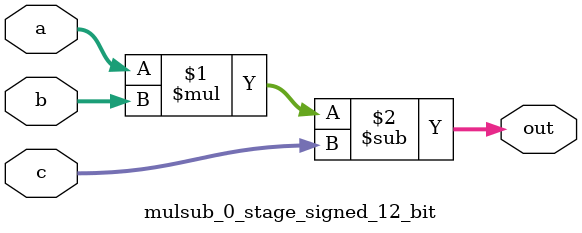
<source format=sv>
(* use_dsp = "yes" *) module mulsub_0_stage_signed_12_bit(
	input signed [11:0] a,
	input signed [11:0] b,
	input signed [11:0] c,
	output [11:0] out
	);

	assign out = (a * b) - c;
endmodule

</source>
